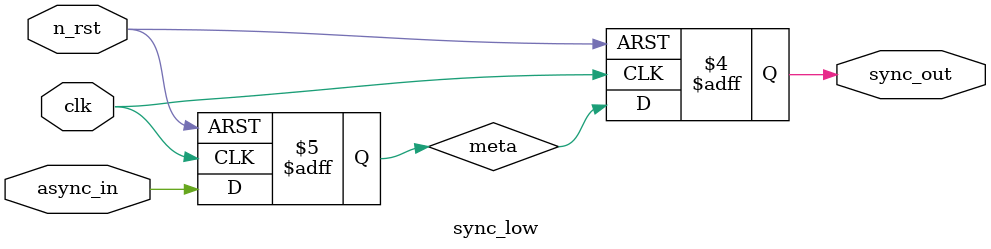
<source format=sv>
module sync_low
(
	input wire clk,
	input wire n_rst, 
	input wire async_in,
	output reg sync_out
);

reg meta = 0;

always_ff @ (posedge clk, negedge n_rst)
begin: sync
	if(1'b0 == n_rst) begin
		meta <= 1'b0;
		sync_out <= 1'b0;
	end
	else begin
		meta <= async_in;
		sync_out <= meta;
	end
end
endmodule

</source>
